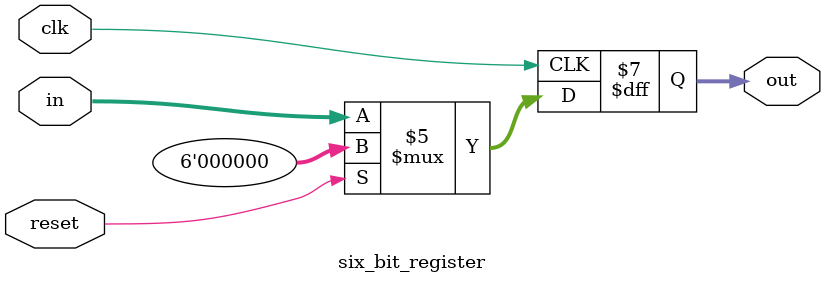
<source format=v>
`timescale 1ns / 1ps
module six_bit_register(
    input [5:0] in,
    output reg [5:0] out,
    input clk,
    input reset
    );
	 
	parameter [5:0] init = 6'b0;
	initial out <= init;
	 
	always @ (posedge clk)
	begin
		if(reset == 1'b1) out <= init;
		else out <= in;
	end


endmodule

</source>
